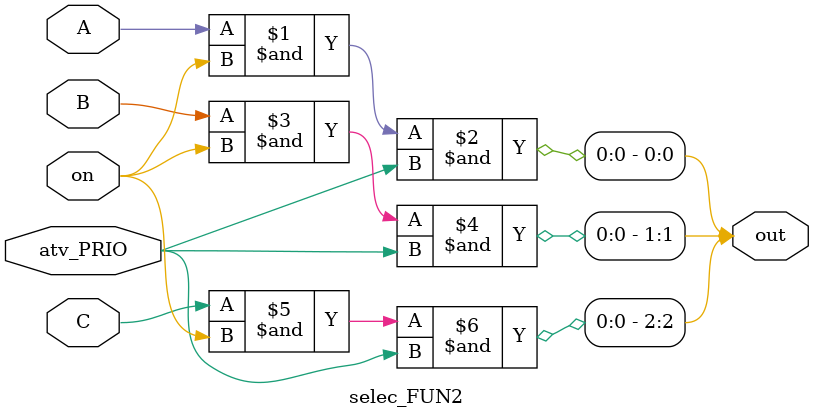
<source format=v>
module selec_FUN2(A, B, C, on, atv_PRIO, out);
   input A, B, C, on, atv_PRIO;
   output [2:0] out;
	
	and (out[0], A, on, atv_PRIO);
	and (out[1], B, on, atv_PRIO);
	and (out[2], C, on, atv_PRIO);
	//PROXIMO PASSO É CRIAR UM MODULO ONDE RECEBE A SAIDA DESSE DAQUI SEPARADAMANETE E QUE ELE DETERMINARA
	//SE O CODIGO DO PERFIL CONTRARIO SERÁ MANTIDO OU NÃO, PRA AI SIM IREM PRO DECODIFICADOR FINAL
	
endmodule
</source>
